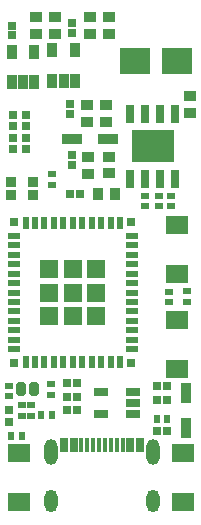
<source format=gts>
G04*
G04 #@! TF.GenerationSoftware,Altium Limited,Altium Designer,24.6.1 (21)*
G04*
G04 Layer_Color=8388736*
%FSLAX25Y25*%
%MOIN*%
G70*
G04*
G04 #@! TF.SameCoordinates,1986151C-97A1-4A67-A93D-4D8E7053BCD9*
G04*
G04*
G04 #@! TF.FilePolarity,Negative*
G04*
G01*
G75*
%ADD38R,0.03347X0.03347*%
%ADD39R,0.02362X0.04331*%
%ADD40R,0.04331X0.02362*%
%ADD41R,0.03150X0.03150*%
%ADD42R,0.06102X0.06102*%
%ADD43R,0.01581X0.04928*%
%ADD44R,0.02762X0.04928*%
%ADD45R,0.07677X0.05906*%
%ADD46R,0.04724X0.02953*%
%ADD47R,0.03291X0.04591*%
%ADD48R,0.13976X0.10512*%
%ADD49R,0.02953X0.06299*%
%ADD50R,0.06890X0.03740*%
%ADD51R,0.02756X0.02362*%
%ADD52R,0.02526X0.02906*%
%ADD53R,0.09843X0.09055*%
%ADD54R,0.04134X0.03347*%
%ADD55R,0.02638X0.02638*%
%ADD56R,0.02638X0.02638*%
%ADD57R,0.02906X0.02526*%
%ADD58R,0.03347X0.04134*%
%ADD59R,0.02362X0.02756*%
G04:AMPARAMS|DCode=60|XSize=35.91mil|YSize=45.91mil|CornerRadius=0mil|HoleSize=0mil|Usage=FLASHONLY|Rotation=180.000|XOffset=0mil|YOffset=0mil|HoleType=Round|Shape=Octagon|*
%AMOCTAGOND60*
4,1,8,0.00898,-0.02295,-0.00898,-0.02295,-0.01795,-0.01398,-0.01795,0.01398,-0.00898,0.02295,0.00898,0.02295,0.01795,0.01398,0.01795,-0.01398,0.00898,-0.02295,0.0*
%
%ADD60OCTAGOND60*%

%ADD61R,0.03740X0.06890*%
%ADD62O,0.04337X0.08668*%
%ADD63O,0.04337X0.07487*%
D38*
X22021Y127259D02*
D03*
X14817Y127259D02*
D03*
X14817Y122928D02*
D03*
X22021Y122928D02*
D03*
D39*
X51023Y113504D02*
D03*
X47874D02*
D03*
X44724D02*
D03*
X41575D02*
D03*
X38425D02*
D03*
X35275D02*
D03*
X32126D02*
D03*
X28976D02*
D03*
X25827D02*
D03*
X22677D02*
D03*
X19527D02*
D03*
Y67048D02*
D03*
X22677D02*
D03*
X25827D02*
D03*
X28976D02*
D03*
X32126D02*
D03*
X35275D02*
D03*
X38425D02*
D03*
X41575D02*
D03*
X44724D02*
D03*
X47874D02*
D03*
X51023D02*
D03*
D40*
X15590Y109174D02*
D03*
Y106024D02*
D03*
Y102874D02*
D03*
Y99725D02*
D03*
Y96575D02*
D03*
Y93426D02*
D03*
Y90276D02*
D03*
Y87126D02*
D03*
Y83977D02*
D03*
Y80827D02*
D03*
Y77677D02*
D03*
Y74528D02*
D03*
Y71378D02*
D03*
X54961D02*
D03*
Y74528D02*
D03*
Y77677D02*
D03*
Y80827D02*
D03*
Y83977D02*
D03*
Y87126D02*
D03*
Y90276D02*
D03*
Y93426D02*
D03*
Y96575D02*
D03*
Y99725D02*
D03*
Y102874D02*
D03*
Y106024D02*
D03*
Y109174D02*
D03*
D41*
X54764Y66851D02*
D03*
X15788D02*
D03*
Y113701D02*
D03*
X54764Y113701D02*
D03*
D42*
X35276Y90276D02*
D03*
X43051Y98052D02*
D03*
Y90276D02*
D03*
Y82500D02*
D03*
X35276D02*
D03*
X27500D02*
D03*
Y90276D02*
D03*
Y98051D02*
D03*
X35276D02*
D03*
D43*
X38110Y39301D02*
D03*
X40079D02*
D03*
X42047D02*
D03*
X44016D02*
D03*
X45984D02*
D03*
X47953D02*
D03*
X49921D02*
D03*
X51890D02*
D03*
D44*
X54449D02*
D03*
X57598D02*
D03*
X35551D02*
D03*
X32401D02*
D03*
D45*
X70000Y112669D02*
D03*
Y96331D02*
D03*
X17500Y36669D02*
D03*
Y20331D02*
D03*
X72000D02*
D03*
Y36669D02*
D03*
X70000Y81169D02*
D03*
Y64831D02*
D03*
D46*
X44587Y49760D02*
D03*
Y57240D02*
D03*
X55413D02*
D03*
Y53500D02*
D03*
Y49760D02*
D03*
D47*
X36000Y171000D02*
D03*
X28500D02*
D03*
X36000Y160800D02*
D03*
X32200D02*
D03*
X28500D02*
D03*
X22500Y170500D02*
D03*
X15000D02*
D03*
X22500Y160300D02*
D03*
X18700D02*
D03*
X15000D02*
D03*
D48*
X62000Y139000D02*
D03*
D49*
X54500Y128272D02*
D03*
X59500D02*
D03*
X64500D02*
D03*
X69500D02*
D03*
X54500Y149728D02*
D03*
X59500D02*
D03*
X64500D02*
D03*
X69500D02*
D03*
D50*
X46905Y141500D02*
D03*
X35094D02*
D03*
D51*
X68000Y118957D02*
D03*
Y122500D02*
D03*
X73500Y90772D02*
D03*
Y87228D02*
D03*
X21500Y52772D02*
D03*
Y49228D02*
D03*
X18500D02*
D03*
Y52772D02*
D03*
X14000Y59272D02*
D03*
Y55728D02*
D03*
X28500Y129772D02*
D03*
Y126228D02*
D03*
X67500Y90543D02*
D03*
Y87000D02*
D03*
X28000Y56228D02*
D03*
Y59772D02*
D03*
X59500Y118957D02*
D03*
Y122500D02*
D03*
X64000Y118957D02*
D03*
Y122500D02*
D03*
D52*
X14000Y51238D02*
D03*
Y47000D02*
D03*
D53*
X70087Y167500D02*
D03*
X55913D02*
D03*
D54*
X41000Y182012D02*
D03*
Y176500D02*
D03*
X40500Y135441D02*
D03*
Y129929D02*
D03*
X74500Y150244D02*
D03*
Y155756D02*
D03*
X46500Y152756D02*
D03*
Y147244D02*
D03*
X40000D02*
D03*
Y152756D02*
D03*
X47500Y135591D02*
D03*
Y130079D02*
D03*
X23000Y176500D02*
D03*
Y182012D02*
D03*
X47500D02*
D03*
Y176500D02*
D03*
X29500Y182012D02*
D03*
Y176500D02*
D03*
D55*
X15000Y176000D02*
D03*
Y179150D02*
D03*
X34500Y149925D02*
D03*
Y153075D02*
D03*
X35000Y132925D02*
D03*
Y136075D02*
D03*
Y176925D02*
D03*
Y180075D02*
D03*
D56*
X63500Y54500D02*
D03*
X66650D02*
D03*
X63500Y59000D02*
D03*
X66650D02*
D03*
X33500Y51000D02*
D03*
X36650D02*
D03*
Y55500D02*
D03*
X33500D02*
D03*
X63425Y44000D02*
D03*
X66575D02*
D03*
X37575Y123000D02*
D03*
X34425D02*
D03*
X36650Y60000D02*
D03*
X33500D02*
D03*
D57*
X15500Y145667D02*
D03*
X19738D02*
D03*
X15500Y138000D02*
D03*
X19738D02*
D03*
X15500Y149500D02*
D03*
X19738D02*
D03*
X15500Y141833D02*
D03*
X19738D02*
D03*
D58*
X43744Y123000D02*
D03*
X49256D02*
D03*
D59*
X18272Y42500D02*
D03*
X14728D02*
D03*
X28272Y49500D02*
D03*
X24728D02*
D03*
X63228Y48000D02*
D03*
X66772D02*
D03*
D60*
X18000Y58000D02*
D03*
X22500D02*
D03*
D61*
X73000Y45094D02*
D03*
Y56906D02*
D03*
D62*
X27992Y37037D02*
D03*
X62008D02*
D03*
D63*
X27992Y20699D02*
D03*
X62008D02*
D03*
M02*

</source>
